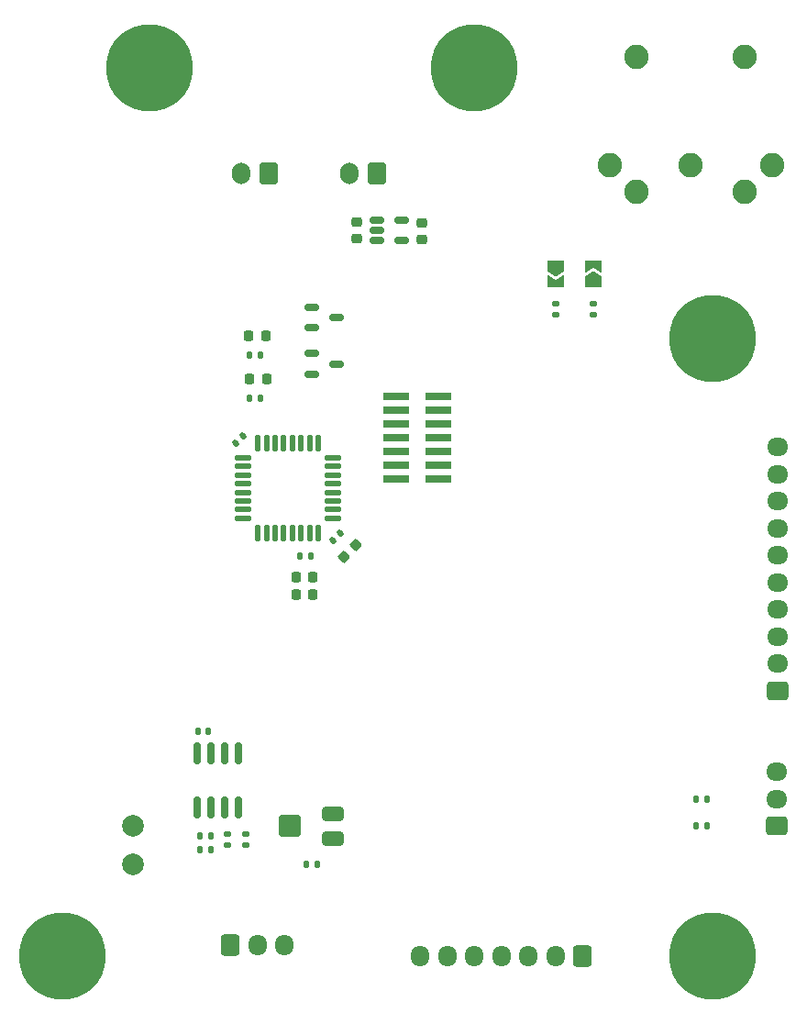
<source format=gbr>
%TF.GenerationSoftware,KiCad,Pcbnew,8.0.8*%
%TF.CreationDate,2025-04-28T15:07:46+02:00*%
%TF.ProjectId,PCB_V1,5043425f-5631-42e6-9b69-6361645f7063,rev?*%
%TF.SameCoordinates,Original*%
%TF.FileFunction,Soldermask,Top*%
%TF.FilePolarity,Negative*%
%FSLAX46Y46*%
G04 Gerber Fmt 4.6, Leading zero omitted, Abs format (unit mm)*
G04 Created by KiCad (PCBNEW 8.0.8) date 2025-04-28 15:07:46*
%MOMM*%
%LPD*%
G01*
G04 APERTURE LIST*
G04 Aperture macros list*
%AMRoundRect*
0 Rectangle with rounded corners*
0 $1 Rounding radius*
0 $2 $3 $4 $5 $6 $7 $8 $9 X,Y pos of 4 corners*
0 Add a 4 corners polygon primitive as box body*
4,1,4,$2,$3,$4,$5,$6,$7,$8,$9,$2,$3,0*
0 Add four circle primitives for the rounded corners*
1,1,$1+$1,$2,$3*
1,1,$1+$1,$4,$5*
1,1,$1+$1,$6,$7*
1,1,$1+$1,$8,$9*
0 Add four rect primitives between the rounded corners*
20,1,$1+$1,$2,$3,$4,$5,0*
20,1,$1+$1,$4,$5,$6,$7,0*
20,1,$1+$1,$6,$7,$8,$9,0*
20,1,$1+$1,$8,$9,$2,$3,0*%
%AMFreePoly0*
4,1,6,1.000000,0.000000,0.500000,-0.750000,-0.500000,-0.750000,-0.500000,0.750000,0.500000,0.750000,1.000000,0.000000,1.000000,0.000000,$1*%
%AMFreePoly1*
4,1,6,0.500000,-0.750000,-0.650000,-0.750000,-0.150000,0.000000,-0.650000,0.750000,0.500000,0.750000,0.500000,-0.750000,0.500000,-0.750000,$1*%
G04 Aperture macros list end*
%ADD10RoundRect,0.225000X0.225000X0.250000X-0.225000X0.250000X-0.225000X-0.250000X0.225000X-0.250000X0*%
%ADD11C,4.400000*%
%ADD12C,8.000000*%
%ADD13RoundRect,0.150000X-0.512500X-0.150000X0.512500X-0.150000X0.512500X0.150000X-0.512500X0.150000X0*%
%ADD14RoundRect,0.218750X-0.218750X-0.256250X0.218750X-0.256250X0.218750X0.256250X-0.218750X0.256250X0*%
%ADD15RoundRect,0.225000X-0.017678X0.335876X-0.335876X0.017678X0.017678X-0.335876X0.335876X-0.017678X0*%
%ADD16RoundRect,0.135000X-0.185000X0.135000X-0.185000X-0.135000X0.185000X-0.135000X0.185000X0.135000X0*%
%ADD17FreePoly0,270.000000*%
%ADD18FreePoly1,270.000000*%
%ADD19RoundRect,0.135000X0.135000X0.185000X-0.135000X0.185000X-0.135000X-0.185000X0.135000X-0.185000X0*%
%ADD20C,2.250000*%
%ADD21RoundRect,0.250000X0.600000X0.750000X-0.600000X0.750000X-0.600000X-0.750000X0.600000X-0.750000X0*%
%ADD22O,1.700000X2.000000*%
%ADD23RoundRect,0.140000X-0.140000X-0.170000X0.140000X-0.170000X0.140000X0.170000X-0.140000X0.170000X0*%
%ADD24FreePoly0,90.000000*%
%ADD25FreePoly1,90.000000*%
%ADD26RoundRect,0.135000X-0.135000X-0.185000X0.135000X-0.185000X0.135000X0.185000X-0.135000X0.185000X0*%
%ADD27C,2.000000*%
%ADD28RoundRect,0.135000X0.185000X-0.135000X0.185000X0.135000X-0.185000X0.135000X-0.185000X-0.135000X0*%
%ADD29RoundRect,0.225000X-0.250000X0.225000X-0.250000X-0.225000X0.250000X-0.225000X0.250000X0.225000X0*%
%ADD30RoundRect,0.250000X0.600000X0.725000X-0.600000X0.725000X-0.600000X-0.725000X0.600000X-0.725000X0*%
%ADD31O,1.700000X1.950000*%
%ADD32RoundRect,0.140000X0.140000X0.170000X-0.140000X0.170000X-0.140000X-0.170000X0.140000X-0.170000X0*%
%ADD33RoundRect,0.250000X0.725000X-0.600000X0.725000X0.600000X-0.725000X0.600000X-0.725000X-0.600000X0*%
%ADD34O,1.950000X1.700000*%
%ADD35RoundRect,0.125000X-0.625000X-0.125000X0.625000X-0.125000X0.625000X0.125000X-0.625000X0.125000X0*%
%ADD36RoundRect,0.125000X-0.125000X-0.625000X0.125000X-0.625000X0.125000X0.625000X-0.125000X0.625000X0*%
%ADD37RoundRect,0.150000X0.150000X-0.825000X0.150000X0.825000X-0.150000X0.825000X-0.150000X-0.825000X0*%
%ADD38RoundRect,0.250000X-0.750000X0.400000X-0.750000X-0.400000X0.750000X-0.400000X0.750000X0.400000X0*%
%ADD39RoundRect,0.250000X-0.750000X0.750000X-0.750000X-0.750000X0.750000X-0.750000X0.750000X0.750000X0*%
%ADD40R,2.400000X0.740000*%
%ADD41RoundRect,0.140000X-0.021213X0.219203X-0.219203X0.021213X0.021213X-0.219203X0.219203X-0.021213X0*%
%ADD42RoundRect,0.250000X-0.600000X-0.725000X0.600000X-0.725000X0.600000X0.725000X-0.600000X0.725000X0*%
%ADD43RoundRect,0.140000X0.021213X-0.219203X0.219203X-0.021213X-0.021213X0.219203X-0.219203X0.021213X0*%
G04 APERTURE END LIST*
D10*
%TO.C,C5*%
X73100000Y-95990000D03*
X71550000Y-95990000D03*
%TD*%
D11*
%TO.C,H3*%
X88000000Y-49000000D03*
D12*
X88000000Y-49000000D03*
%TD*%
D13*
%TO.C,Q2*%
X73000000Y-75400000D03*
X73000000Y-77300000D03*
X75275000Y-76350000D03*
%TD*%
D14*
%TO.C,D2*%
X67292500Y-77720000D03*
X68867500Y-77720000D03*
%TD*%
D15*
%TO.C,C2*%
X77073008Y-93041992D03*
X75976992Y-94138008D03*
%TD*%
D16*
%TO.C,R10*%
X95500000Y-70795000D03*
X95500000Y-71815000D03*
%TD*%
D17*
%TO.C,JP1*%
X95500000Y-67275000D03*
D18*
X95500000Y-68725000D03*
%TD*%
D19*
%TO.C,R2*%
X73510000Y-122500000D03*
X72490000Y-122500000D03*
%TD*%
D13*
%TO.C,U3*%
X79062500Y-63050000D03*
X79062500Y-64000000D03*
X79062500Y-64950000D03*
X81337500Y-64950000D03*
X81337500Y-63050000D03*
%TD*%
D20*
%TO.C,J8*%
X100500000Y-58000000D03*
X108000000Y-58000000D03*
X115500000Y-58000000D03*
X103000000Y-60500000D03*
X113000000Y-60500000D03*
X103000000Y-48000000D03*
X113000000Y-48000000D03*
%TD*%
D21*
%TO.C,J4*%
X79000000Y-58750000D03*
D22*
X76500000Y-58750000D03*
%TD*%
D23*
%TO.C,C1*%
X62520000Y-110200000D03*
X63480000Y-110200000D03*
%TD*%
D24*
%TO.C,JP2*%
X99000000Y-68725000D03*
D25*
X99000000Y-67275000D03*
%TD*%
D16*
%TO.C,R5*%
X65250000Y-119740000D03*
X65250000Y-120760000D03*
%TD*%
D26*
%TO.C,R3*%
X62690000Y-121200000D03*
X63710000Y-121200000D03*
%TD*%
%TO.C,R6*%
X62695000Y-119875000D03*
X63715000Y-119875000D03*
%TD*%
D14*
%TO.C,L1*%
X71537500Y-97590000D03*
X73112500Y-97590000D03*
%TD*%
D11*
%TO.C,H4*%
X110000000Y-131000000D03*
D12*
X110000000Y-131000000D03*
%TD*%
D13*
%TO.C,Q1*%
X73000000Y-71100000D03*
X73000000Y-73000000D03*
X75275000Y-72050000D03*
%TD*%
D19*
%TO.C,R8*%
X109510000Y-119000000D03*
X108490000Y-119000000D03*
%TD*%
%TO.C,R7*%
X109510000Y-116500000D03*
X108490000Y-116500000D03*
%TD*%
%TO.C,R11*%
X68260000Y-79500000D03*
X67240000Y-79500000D03*
%TD*%
D27*
%TO.C,TP2*%
X56500000Y-122500000D03*
%TD*%
D11*
%TO.C,H1*%
X58000000Y-49000000D03*
D12*
X58000000Y-49000000D03*
%TD*%
D21*
%TO.C,J5*%
X69000000Y-58750000D03*
D22*
X66500000Y-58750000D03*
%TD*%
D28*
%TO.C,R4*%
X66885000Y-120735000D03*
X66885000Y-119715000D03*
%TD*%
D29*
%TO.C,Cout1*%
X83150000Y-63325000D03*
X83150000Y-64875000D03*
%TD*%
D19*
%TO.C,R1*%
X68250000Y-75500000D03*
X67230000Y-75500000D03*
%TD*%
D27*
%TO.C,TP1*%
X56500000Y-119000000D03*
%TD*%
D30*
%TO.C,J7*%
X98000000Y-131000000D03*
D31*
X95500000Y-131000000D03*
X93000000Y-131000000D03*
X90500000Y-131000000D03*
X88000000Y-131000000D03*
X85500000Y-131000000D03*
X83000000Y-131000000D03*
%TD*%
D32*
%TO.C,C6*%
X72905000Y-94090000D03*
X71945000Y-94090000D03*
%TD*%
D14*
%TO.C,D1*%
X67165000Y-73750000D03*
X68740000Y-73750000D03*
%TD*%
D33*
%TO.C,J1*%
X115975000Y-119000000D03*
D34*
X115975000Y-116500000D03*
X115975000Y-114000000D03*
%TD*%
D35*
%TO.C,U1*%
X66650000Y-84990000D03*
X66650000Y-85790000D03*
X66650000Y-86590000D03*
X66650000Y-87390000D03*
X66650000Y-88190000D03*
X66650000Y-88990000D03*
X66650000Y-89790000D03*
X66650000Y-90590000D03*
D36*
X68025000Y-91965000D03*
X68825000Y-91965000D03*
X69625000Y-91965000D03*
X70425000Y-91965000D03*
X71225000Y-91965000D03*
X72025000Y-91965000D03*
X72825000Y-91965000D03*
X73625000Y-91965000D03*
D35*
X75000000Y-90590000D03*
X75000000Y-89790000D03*
X75000000Y-88990000D03*
X75000000Y-88190000D03*
X75000000Y-87390000D03*
X75000000Y-86590000D03*
X75000000Y-85790000D03*
X75000000Y-84990000D03*
D36*
X73625000Y-83615000D03*
X72825000Y-83615000D03*
X72025000Y-83615000D03*
X71225000Y-83615000D03*
X70425000Y-83615000D03*
X69625000Y-83615000D03*
X68825000Y-83615000D03*
X68025000Y-83615000D03*
%TD*%
D11*
%TO.C,H5*%
X110000000Y-74000000D03*
D12*
X110000000Y-74000000D03*
%TD*%
D33*
%TO.C,J8_afficheur1*%
X116000000Y-106500000D03*
D34*
X116000000Y-104000000D03*
X116000000Y-101500000D03*
X116000000Y-99000000D03*
X116000000Y-96500000D03*
X116000000Y-94000000D03*
X116000000Y-91500000D03*
X116000000Y-89000000D03*
X116000000Y-86500000D03*
X116000000Y-84000000D03*
%TD*%
D37*
%TO.C,U2*%
X62460000Y-117250000D03*
X63730000Y-117250000D03*
X65000000Y-117250000D03*
X66270000Y-117250000D03*
X66270000Y-112300000D03*
X65000000Y-112300000D03*
X63730000Y-112300000D03*
X62460000Y-112300000D03*
%TD*%
D38*
%TO.C,RV1*%
X75000000Y-117850000D03*
D39*
X71000000Y-119000000D03*
D38*
X75000000Y-120150000D03*
%TD*%
D29*
%TO.C,Cin1*%
X77200000Y-63225000D03*
X77200000Y-64775000D03*
%TD*%
D11*
%TO.C,H2*%
X50000000Y-131000000D03*
D12*
X50000000Y-131000000D03*
%TD*%
D40*
%TO.C,J3*%
X84675000Y-87000000D03*
X80775000Y-87000000D03*
X84675000Y-85730000D03*
X80775000Y-85730000D03*
X84675000Y-84460000D03*
X80775000Y-84460000D03*
X84675000Y-83190000D03*
X80775000Y-83190000D03*
X84675000Y-81920000D03*
X80775000Y-81920000D03*
X84675000Y-80650000D03*
X80775000Y-80650000D03*
X84675000Y-79380000D03*
X80775000Y-79380000D03*
%TD*%
D41*
%TO.C,C4*%
X75664411Y-91950589D03*
X74985589Y-92629411D03*
%TD*%
D28*
%TO.C,R9*%
X99000000Y-71795000D03*
X99000000Y-70775000D03*
%TD*%
D42*
%TO.C,J2*%
X65500000Y-130000000D03*
D31*
X68000000Y-130000000D03*
X70500000Y-130000000D03*
%TD*%
D43*
%TO.C,C3*%
X65985589Y-83629411D03*
X66664411Y-82950589D03*
%TD*%
M02*

</source>
